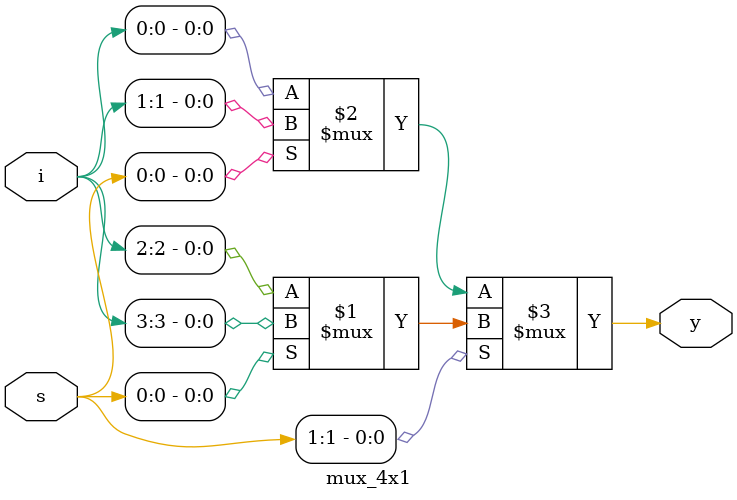
<source format=v>
module mux_4x1(input [1:0]s,input [3:0]i,output y);

assign y=(s[1])?(s[0]?i[3]:i[2]):(s[0]?i[1]:i[0]);

endmodule 

</source>
